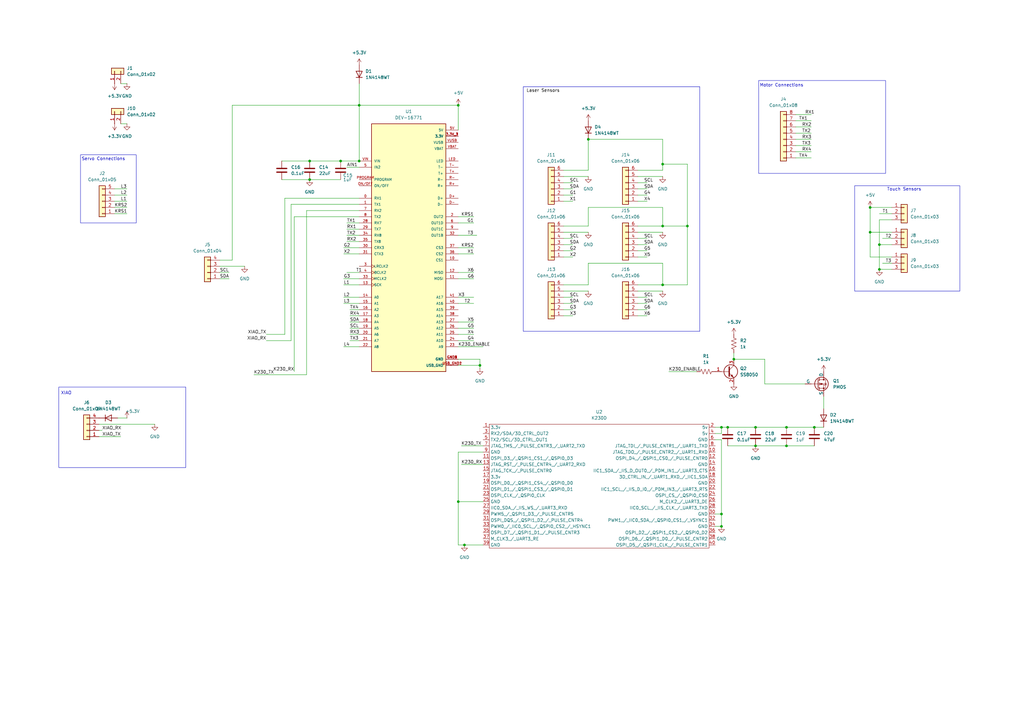
<source format=kicad_sch>
(kicad_sch (version 20250114) (generator "eeschema") (generator_version "9.0")
  (paper "A3")
  (lib_symbols
    (symbol "Connector_Generic:Conn_01x02" (pin_names (offset 1.016) (hide yes))
      (property "Reference" "J" (at 0 2.54 0))
      (property "Value" "Conn_01x02" (at 0 -5.08 0))
      (symbol "Conn_01x02_1_1"
        (rectangle (start -1.27 1.27) (end 1.27 -3.81) (stroke (width 0.254)) (fill (type background)))
        (rectangle (start -1.27 0.127) (end 0 -0.127) (stroke (width 0.1524)))
        (rectangle (start -1.27 -2.413) (end 0 -2.667) (stroke (width 0.1524)))
        (pin passive line (at -5.08 0 0) (length 3.81) (name "Pin_1") (number "1"))
        (pin passive line (at -5.08 -2.54 0) (length 3.81) (name "Pin_2") (number "2"))
      )
    )
    (symbol "Connector_Generic:Conn_01x03" (pin_names (offset 1.016) (hide yes))
      (property "Reference" "J" (at 0 5.08 0))
      (property "Value" "Conn_01x03" (at 0 -5.08 0))
      (symbol "Conn_01x03_1_1"
        (rectangle (start -1.27 3.81) (end 1.27 -3.81) (stroke (width 0.254)) (fill (type background)))
        (rectangle (start -1.27 2.667) (end 0 2.413) (stroke (width 0.1524)))
        (rectangle (start -1.27 0.127) (end 0 -0.127) (stroke (width 0.1524)))
        (rectangle (start -1.27 -2.413) (end 0 -2.667) (stroke (width 0.1524)))
        (pin passive line (at -5.08 2.54 0) (length 3.81) (name "Pin_1") (number "1"))
        (pin passive line (at -5.08 0 0) (length 3.81) (name "Pin_2") (number "2"))
        (pin passive line (at -5.08 -2.54 0) (length 3.81) (name "Pin_3") (number "3"))
      )
    )
    (symbol "Connector_Generic:Conn_01x04" (pin_names (offset 1.016) (hide yes))
      (property "Reference" "J" (at 0 5.08 0))
      (property "Value" "Conn_01x04" (at 0 -7.62 0))
      (symbol "Conn_01x04_1_1"
        (rectangle (start -1.27 3.81) (end 1.27 -6.35) (stroke (width 0.254)) (fill (type background)))
        (rectangle (start -1.27 2.667) (end 0 2.413) (stroke (width 0.1524)))
        (rectangle (start -1.27 0.127) (end 0 -0.127) (stroke (width 0.1524)))
        (rectangle (start -1.27 -2.413) (end 0 -2.667) (stroke (width 0.1524)))
        (rectangle (start -1.27 -4.953) (end 0 -5.207) (stroke (width 0.1524)))
        (pin passive line (at -5.08 2.54 0) (length 3.81) (name "Pin_1") (number "1"))
        (pin passive line (at -5.08 0 0) (length 3.81) (name "Pin_2") (number "2"))
        (pin passive line (at -5.08 -2.54 0) (length 3.81) (name "Pin_3") (number "3"))
        (pin passive line (at -5.08 -5.08 0) (length 3.81) (name "Pin_4") (number "4"))
      )
    )
    (symbol "Connector_Generic:Conn_01x05" (pin_names (offset 1.016) (hide yes))
      (property "Reference" "J" (at 0 7.62 0))
      (property "Value" "Conn_01x05" (at 0 -7.62 0))
      (symbol "Conn_01x05_1_1"
        (rectangle (start -1.27 6.35) (end 1.27 -6.35) (stroke (width 0.254)) (fill (type background)))
        (rectangle (start -1.27 5.207) (end 0 4.953) (stroke (width 0.1524)))
        (rectangle (start -1.27 2.667) (end 0 2.413) (stroke (width 0.1524)))
        (rectangle (start -1.27 0.127) (end 0 -0.127) (stroke (width 0.1524)))
        (rectangle (start -1.27 -2.413) (end 0 -2.667) (stroke (width 0.1524)))
        (rectangle (start -1.27 -4.953) (end 0 -5.207) (stroke (width 0.1524)))
        (pin passive line (at -5.08 5.08 0) (length 3.81) (name "Pin_1") (number "1"))
        (pin passive line (at -5.08 2.54 0) (length 3.81) (name "Pin_2") (number "2"))
        (pin passive line (at -5.08 0 0) (length 3.81) (name "Pin_3") (number "3"))
        (pin passive line (at -5.08 -2.54 0) (length 3.81) (name "Pin_4") (number "4"))
        (pin passive line (at -5.08 -5.08 0) (length 3.81) (name "Pin_5") (number "5"))
      )
    )
    (symbol "Connector_Generic:Conn_01x06" (pin_names (offset 1.016) (hide yes))
      (property "Reference" "J" (at 0 7.62 0))
      (property "Value" "Conn_01x06" (at 0 -10.16 0))
      (symbol "Conn_01x06_1_1"
        (rectangle (start -1.27 6.35) (end 1.27 -8.89) (stroke (width 0.254)) (fill (type background)))
        (rectangle (start -1.27 5.207) (end 0 4.953) (stroke (width 0.1524)))
        (rectangle (start -1.27 2.667) (end 0 2.413) (stroke (width 0.1524)))
        (rectangle (start -1.27 0.127) (end 0 -0.127) (stroke (width 0.1524)))
        (rectangle (start -1.27 -2.413) (end 0 -2.667) (stroke (width 0.1524)))
        (rectangle (start -1.27 -4.953) (end 0 -5.207) (stroke (width 0.1524)))
        (rectangle (start -1.27 -7.493) (end 0 -7.747) (stroke (width 0.1524)))
        (pin passive line (at -5.08 5.08 0) (length 3.81) (name "Pin_1") (number "1"))
        (pin passive line (at -5.08 2.54 0) (length 3.81) (name "Pin_2") (number "2"))
        (pin passive line (at -5.08 0 0) (length 3.81) (name "Pin_3") (number "3"))
        (pin passive line (at -5.08 -2.54 0) (length 3.81) (name "Pin_4") (number "4"))
        (pin passive line (at -5.08 -5.08 0) (length 3.81) (name "Pin_5") (number "5"))
        (pin passive line (at -5.08 -7.62 0) (length 3.81) (name "Pin_6") (number "6"))
      )
    )
    (symbol "Connector_Generic:Conn_01x08" (pin_names (offset 1.016) (hide yes))
      (property "Reference" "J" (at 0 10.16 0))
      (property "Value" "Conn_01x08" (at 0 -12.7 0))
      (symbol "Conn_01x08_1_1"
        (rectangle (start -1.27 8.89) (end 1.27 -11.43) (stroke (width 0.254)) (fill (type background)))
        (rectangle (start -1.27 7.747) (end 0 7.493) (stroke (width 0.1524)))
        (rectangle (start -1.27 5.207) (end 0 4.953) (stroke (width 0.1524)))
        (rectangle (start -1.27 2.667) (end 0 2.413) (stroke (width 0.1524)))
        (rectangle (start -1.27 0.127) (end 0 -0.127) (stroke (width 0.1524)))
        (rectangle (start -1.27 -2.413) (end 0 -2.667) (stroke (width 0.1524)))
        (rectangle (start -1.27 -4.953) (end 0 -5.207) (stroke (width 0.1524)))
        (rectangle (start -1.27 -7.493) (end 0 -7.747) (stroke (width 0.1524)))
        (rectangle (start -1.27 -10.033) (end 0 -10.287) (stroke (width 0.1524)))
        (pin passive line (at -5.08 7.62 0) (length 3.81) (name "Pin_1") (number "1"))
        (pin passive line (at -5.08 5.08 0) (length 3.81) (name "Pin_2") (number "2"))
        (pin passive line (at -5.08 2.54 0) (length 3.81) (name "Pin_3") (number "3"))
        (pin passive line (at -5.08 0 0) (length 3.81) (name "Pin_4") (number "4"))
        (pin passive line (at -5.08 -2.54 0) (length 3.81) (name "Pin_5") (number "5"))
        (pin passive line (at -5.08 -5.08 0) (length 3.81) (name "Pin_6") (number "6"))
        (pin passive line (at -5.08 -7.62 0) (length 3.81) (name "Pin_7") (number "7"))
        (pin passive line (at -5.08 -10.16 0) (length 3.81) (name "Pin_8") (number "8"))
      )
    )
    (symbol "DEV-16771:DEV-16771" (pin_names (offset 1.016))
      (property "Reference" "U" (at -15.24 52.07 0))
      (property "Value" "DEV-16771" (at -15.24 -53.34 0))
      (symbol "DEV-16771_0_0"
        (rectangle (start -15.24 -50.8) (end 15.24 50.8) (stroke (width 0.254)) (fill (type background)))
        (pin input line (at -20.32 35.56 0) (length 5.08) (name "VIN") (number "VIN"))
        (pin bidirectional line (at -20.32 33.02 0) (length 5.08) (name "IN2") (number "5"))
        (pin bidirectional line (at -20.32 27.94 0) (length 5.08) (name "PROGRAM") (number "PROGRAM"))
        (pin bidirectional line (at -20.32 25.4 0) (length 5.08) (name "ON/OFF") (number "ON/OFF"))
        (pin bidirectional line (at -20.32 20.32 0) (length 5.08) (name "RX1") (number "0"))
        (pin bidirectional line (at -20.32 17.78 0) (length 5.08) (name "TX1") (number "1"))
        (pin bidirectional line (at -20.32 15.24 0) (length 5.08) (name "RX2") (number "7"))
        (pin bidirectional line (at -20.32 12.7 0) (length 5.08) (name "TX2") (number "8"))
        (pin bidirectional line (at -20.32 10.16 0) (length 5.08) (name "RX7") (number "28"))
        (pin bidirectional line (at -20.32 7.62 0) (length 5.08) (name "TX7") (number "29"))
        (pin bidirectional line (at -20.32 5.08 0) (length 5.08) (name "RX8") (number "34"))
        (pin bidirectional line (at -20.32 2.54 0) (length 5.08) (name "TX8") (number "35"))
        (pin bidirectional line (at -20.32 0 0) (length 5.08) (name "CRX3") (number "30"))
        (pin bidirectional line (at -20.32 -2.54 0) (length 5.08) (name "CTX3") (number "31"))
        (pin bidirectional clock (at -20.32 -7.62 0) (length 5.08) (name "LRCLK2") (number "3"))
        (pin bidirectional clock (at -20.32 -10.16 0) (length 5.08) (name "BCLK2") (number "4"))
        (pin bidirectional clock (at -20.32 -12.7 0) (length 5.08) (name "MCLK2") (number "33"))
        (pin bidirectional clock (at -20.32 -15.24 0) (length 5.08) (name "SCK") (number "13"))
        (pin bidirectional line (at -20.32 -20.32 0) (length 5.08) (name "A0") (number "14"))
        (pin bidirectional line (at -20.32 -22.86 0) (length 5.08) (name "A1") (number "15"))
        (pin bidirectional line (at -20.32 -25.4 0) (length 5.08) (name "A2") (number "16"))
        (pin bidirectional line (at -20.32 -27.94 0) (length 5.08) (name "A3") (number "17"))
        (pin bidirectional line (at -20.32 -30.48 0) (length 5.08) (name "A4") (number "18"))
        (pin bidirectional line (at -20.32 -33.02 0) (length 5.08) (name "A5") (number "19"))
        (pin bidirectional line (at -20.32 -35.56 0) (length 5.08) (name "A6") (number "20"))
        (pin bidirectional line (at -20.32 -38.1 0) (length 5.08) (name "A7") (number "21"))
        (pin bidirectional line (at -20.32 -40.64 0) (length 5.08) (name "A8") (number "22"))
        (pin power_in line (at 20.32 48.26 180) (length 5.08) (name "5V") (number "5V"))
        (pin power_in line (at 20.32 45.72 180) (length 5.08) (name "3.3V") (number "3.3V_1"))
        (pin power_in line (at 20.32 45.72 180) (length 5.08) (name "3.3V") (number "3.3V_2"))
        (pin power_in line (at 20.32 45.72 180) (length 5.08) (name "3.3V") (number "3.3V_3"))
        (pin passive line (at 20.32 43.18 180) (length 5.08) (name "VUSB") (number "VUSB"))
        (pin passive line (at 20.32 40.64 180) (length 5.08) (name "VBAT") (number "VBAT"))
        (pin bidirectional line (at 20.32 35.56 180) (length 5.08) (name "LED") (number "LED"))
        (pin bidirectional line (at 20.32 33.02 180) (length 5.08) (name "T-") (number "T-"))
        (pin bidirectional line (at 20.32 30.48 180) (length 5.08) (name "T+") (number "T+"))
        (pin bidirectional line (at 20.32 27.94 180) (length 5.08) (name "R-") (number "R-"))
        (pin bidirectional line (at 20.32 25.4 180) (length 5.08) (name "R+") (number "R+"))
        (pin bidirectional line (at 20.32 20.32 180) (length 5.08) (name "D+") (number "D+"))
        (pin bidirectional line (at 20.32 17.78 180) (length 5.08) (name "D-") (number "D-"))
        (pin output line (at 20.32 12.7 180) (length 5.08) (name "OUT2") (number "2"))
        (pin output line (at 20.32 10.16 180) (length 5.08) (name "OUT1D") (number "6"))
        (pin output line (at 20.32 7.62 180) (length 5.08) (name "OUT1C") (number "9"))
        (pin output line (at 20.32 5.08 180) (length 5.08) (name "OUT1B") (number "32"))
        (pin bidirectional line (at 20.32 0 180) (length 5.08) (name "CS3") (number "37"))
        (pin bidirectional line (at 20.32 -2.54 180) (length 5.08) (name "CS2") (number "36"))
        (pin bidirectional line (at 20.32 -5.08 180) (length 5.08) (name "CS1") (number "10"))
        (pin bidirectional line (at 20.32 -10.16 180) (length 5.08) (name "MISO") (number "12"))
        (pin bidirectional line (at 20.32 -12.7 180) (length 5.08) (name "MOSI") (number "11"))
        (pin bidirectional line (at 20.32 -20.32 180) (length 5.08) (name "A17") (number "41"))
        (pin bidirectional line (at 20.32 -22.86 180) (length 5.08) (name "A16") (number "40"))
        (pin bidirectional line (at 20.32 -25.4 180) (length 5.08) (name "A15") (number "39"))
        (pin bidirectional line (at 20.32 -27.94 180) (length 5.08) (name "A14") (number "38"))
        (pin bidirectional line (at 20.32 -30.48 180) (length 5.08) (name "A13") (number "27"))
        (pin bidirectional line (at 20.32 -33.02 180) (length 5.08) (name "A12") (number "26"))
        (pin bidirectional line (at 20.32 -35.56 180) (length 5.08) (name "A11") (number "25"))
        (pin bidirectional line (at 20.32 -38.1 180) (length 5.08) (name "A10") (number "24"))
        (pin bidirectional line (at 20.32 -40.64 180) (length 5.08) (name "A9") (number "23"))
        (pin power_in line (at 20.32 -45.72 180) (length 5.08) (name "GND") (number "GND1"))
        (pin power_in line (at 20.32 -45.72 180) (length 5.08) (name "GND") (number "GND2"))
        (pin power_in line (at 20.32 -45.72 180) (length 5.08) (name "GND") (number "GND3"))
        (pin power_in line (at 20.32 -45.72 180) (length 5.08) (name "GND") (number "GND4"))
        (pin power_in line (at 20.32 -45.72 180) (length 5.08) (name "GND") (number "GND5"))
        (pin power_in line (at 20.32 -48.26 180) (length 5.08) (name "USB_GND") (number "USB_GND1"))
        (pin power_in line (at 20.32 -48.26 180) (length 5.08) (name "USB_GND") (number "USB_GND2"))
      )
    )
    (symbol "Device:C" (pin_numbers (hide yes)) (pin_names (offset 0.254))
      (property "Reference" "C" (at 0.635 2.54 0))
      (property "Value" "C" (at 0.635 -2.54 0))
      (symbol "C_0_1"
        (polyline (pts (xy -2.032 0.762) (xy 2.032 0.762)) (stroke (width 0.508)))
        (polyline (pts (xy -2.032 -0.762) (xy 2.032 -0.762)) (stroke (width 0.508)))
      )
      (symbol "C_1_1"
        (pin passive line (at 0 3.81 270) (length 2.794) (name "~") (number "1"))
        (pin passive line (at 0 -3.81 90) (length 2.794) (name "~") (number "2"))
      )
    )
    (symbol "Device:R_US" (pin_numbers (hide yes)) (pin_names (offset 0))
      (property "Reference" "R" (at 2.54 0 90))
      (property "Value" "R_US" (at -2.54 0 90))
      (symbol "R_US_0_1"
        (polyline (pts (xy 0 2.286) (xy 0 2.54)))
        (polyline (pts (xy 0 2.286) (xy 1.016 1.905) (xy 0 1.524) (xy -1.016 1.143) (xy 0 0.762)))
        (polyline (pts (xy 0 0.762) (xy 1.016 0.381) (xy 0 0) (xy -1.016 -0.381) (xy 0 -0.762)))
        (polyline (pts (xy 0 -0.762) (xy 1.016 -1.143) (xy 0 -1.524) (xy -1.016 -1.905) (xy 0 -2.286)))
        (polyline (pts (xy 0 -2.286) (xy 0 -2.54)))
      )
      (symbol "R_US_1_1"
        (pin passive line (at 0 3.81 270) (length 1.27) (name "~") (number "1"))
        (pin passive line (at 0 -3.81 90) (length 1.27) (name "~") (number "2"))
      )
    )
    (symbol "Diode:1N4148WT" (pin_numbers (hide yes)) (pin_names (hide yes))
      (property "Reference" "D" (at 0 2.54 0))
      (property "Value" "1N4148WT" (at 0 -2.54 0))
      (symbol "1N4148WT_0_1"
        (polyline (pts (xy -1.27 1.27) (xy -1.27 -1.27)) (stroke (width 0.254)))
        (polyline (pts (xy 1.27 1.27) (xy 1.27 -1.27) (xy -1.27 0) (xy 1.27 1.27)) (stroke (width 0.254)))
        (polyline (pts (xy 1.27 0) (xy -1.27 0)))
      )
      (symbol "1N4148WT_1_1"
        (pin passive line (at -3.81 0 0) (length 2.54) (name "K") (number "1"))
        (pin passive line (at 3.81 0 180) (length 2.54) (name "A") (number "2"))
      )
    )
    (symbol "K230D:K230D-Zero"
      (property "Reference" "U" (at 0 0 0))
      (property "Value" "K230D" (at 0 0 0))
      (symbol "K230D-Zero_0_1"
        (rectangle (start 1.27 -1.27) (end 91.44 -52.07))
      )
      (symbol "K230D-Zero_1_1"
        (pin power_in line (at -1.27 -2.54 0) (length 2.54) (name "3.3v") (number "1"))
        (pin input line (at -1.27 -5.08 0) (length 2.54) (name "RX2/SDA/3D_CTRL_OUT2") (number "3"))
        (pin bidirectional line (at -1.27 -7.62 0) (length 2.54) (name "TX2/SCL/3D_CTRL_OUT1") (number "5"))
        (pin output line (at -1.27 -10.16 0) (length 2.54) (name "JTAG_TMS_/_PULSE_CNTR3_/_UART2_TXD") (number "7"))
        (pin bidirectional line (at -1.27 -12.7 0) (length 2.54) (name "GND") (number "9"))
        (pin bidirectional line (at -1.27 -15.24 0) (length 2.54) (name "OSPI_D3_/_QSPI1_CS1_/_QSPI0_D3") (number "11"))
        (pin bidirectional line (at -1.27 -17.78 0) (length 2.54) (name "JTAG_RST_/_PULSE_CNTR4_/_UART2_RXD") (number "13"))
        (pin bidirectional line (at -1.27 -20.32 0) (length 2.54) (name "JTAG_TCK_/_PULSE_CNTR0") (number "15"))
        (pin bidirectional line (at -1.27 -22.86 0) (length 2.54) (name "3.3v") (number "17"))
        (pin bidirectional line (at -1.27 -25.4 0) (length 2.54) (name "OSPI_D0_/_QSPI1_CS4_/_QSPI0_D0") (number "19"))
        (pin bidirectional line (at -1.27 -27.94 0) (length 2.54) (name "OSPI_D1_/_QSPI1_CS3_/_QSPI0_D1") (number "21"))
        (pin bidirectional line (at -1.27 -30.48 0) (length 2.54) (name "OSPI_CLK_/_QSPI0_CLK") (number "23"))
        (pin bidirectional line (at -1.27 -33.02 0) (length 2.54) (name "GND") (number "25"))
        (pin bidirectional line (at -1.27 -35.56 0) (length 2.54) (name "IIC0_SDA_/_IIS_WS_/_UART3_RXD") (number "27"))
        (pin bidirectional line (at -1.27 -38.1 0) (length 2.54) (name "PWM5_/_QSPI1_D3_/_PULSE_CNTR5") (number "29"))
        (pin bidirectional line (at -1.27 -40.64 0) (length 2.54) (name "OSPI_DQS_/_QSPI1_D2_/_PULSE_CNTR4") (number "31"))
        (pin bidirectional line (at -1.27 -43.18 0) (length 2.54) (name "PWM0_/_IIC0_SCL_/_QSPI0_CS2_/_HSYNC1") (number "33"))
        (pin bidirectional line (at -1.27 -45.72 0) (length 2.54) (name "OSPI_D7_/_QSPI1_D1_/_PULSE_CNTR3") (number "35"))
        (pin bidirectional line (at -1.27 -48.26 0) (length 2.54) (name "M_CLK3_/_UART3_RE	") (number "37"))
        (pin bidirectional line (at -1.27 -50.8 0) (length 2.54) (name "GND") (number "39"))
        (pin power_in line (at 93.98 -2.54 180) (length 2.54) (name "5v") (number "2"))
        (pin bidirectional line (at 93.98 -5.08 180) (length 2.54) (name "5v") (number "4"))
        (pin bidirectional line (at 93.98 -7.62 180) (length 2.54) (name "GND") (number "6"))
        (pin bidirectional line (at 93.98 -10.16 180) (length 2.54) (name "JTAG_TDI_/_PULSE_CNTR1_/_UART1_TXD") (number "8"))
        (pin bidirectional line (at 93.98 -12.7 180) (length 2.54) (name "JTAG_TDO_/_PULSE_CNTR2_/_UART1_RXD") (number "10"))
        (pin bidirectional line (at 93.98 -15.24 180) (length 2.54) (name "OSPI_D4_/_QSPI1_CS0_/_PULSE_CNTR0") (number "12"))
        (pin bidirectional line (at 93.98 -17.78 180) (length 2.54) (name "GND") (number "14"))
        (pin bidirectional line (at 93.98 -20.32 180) (length 2.54) (name "IIC1_SDA_/_IIS_D_OUT0_/_PDM_IN1_/_UART3_CTS") (number "16"))
        (pin bidirectional line (at 93.98 -22.86 180) (length 2.54) (name "3D_CTRL_IN_/_UART1_RXD_/_IIC1_SDA") (number "18"))
        (pin bidirectional line (at 93.98 -25.4 180) (length 2.54) (name "GND") (number "20"))
        (pin bidirectional line (at 93.98 -27.94 180) (length 2.54) (name "IIC1_SCL_/_IIS_D_I0_/_PDM_IN3_/_UART3_RTS") (number "22"))
        (pin bidirectional line (at 93.98 -30.48 180) (length 2.54) (name "OSPI_CS_/_QSPI0_CS0") (number "24"))
        (pin bidirectional line (at 93.98 -33.02 180) (length 2.54) (name "M_CLK2_/_UART3_DE") (number "26"))
        (pin bidirectional line (at 93.98 -35.56 180) (length 2.54) (name "IIC0_SCL_/_IIS_CLK_/_UART3_TXD") (number "28"))
        (pin bidirectional line (at 93.98 -38.1 180) (length 2.54) (name "GND") (number "30"))
        (pin bidirectional line (at 93.98 -40.64 180) (length 2.54) (name "PWM1_/_IIC0_SDA_/_QSPI0_CS1_/_VSYNC1") (number "32"))
        (pin bidirectional line (at 93.98 -43.18 180) (length 2.54) (name "GND") (number "34"))
        (pin bidirectional line (at 93.98 -45.72 180) (length 2.54) (name "OSPI_D2_/_QSPI1_CS2_/_QSPI0_D2") (number "36"))
        (pin bidirectional line (at 93.98 -48.26 180) (length 2.54) (name "OSPI_D6_/_QSPI1_D0_/_PULSE_CNTR2") (number "38"))
        (pin bidirectional line (at 93.98 -50.8 180) (length 2.54) (name "OSPI_D5_/_QSPI1_CLK_/_PULSE_CNTR1") (number "40"))
      )
    )
    (symbol "Simulation_SPICE:PMOS" (pin_numbers (hide yes)) (pin_names (offset 0))
      (property "Reference" "Q" (at 5.08 1.27 0))
      (property "Value" "PMOS" (at 5.08 -1.27 0))
      (symbol "PMOS_0_1"
        (polyline (pts (xy 0.254 1.905) (xy 0.254 -1.905)) (stroke (width 0.254)))
        (polyline (pts (xy 0.254 0) (xy -2.54 0)))
        (polyline (pts (xy 0.762 2.286) (xy 0.762 1.27)) (stroke (width 0.254)))
        (polyline (pts (xy 0.762 1.778) (xy 3.302 1.778) (xy 3.302 -1.778) (xy 0.762 -1.778)))
        (polyline (pts (xy 0.762 0.508) (xy 0.762 -0.508)) (stroke (width 0.254)))
        (polyline (pts (xy 0.762 -1.27) (xy 0.762 -2.286)) (stroke (width 0.254)))
        (circle (center 1.651 0) (radius 2.794) (stroke (width 0.254)))
        (polyline (pts (xy 2.286 0) (xy 1.27 0.381) (xy 1.27 -0.381) (xy 2.286 0)) (fill (type outline)))
        (polyline (pts (xy 2.54 2.54) (xy 2.54 1.778)))
        (circle (center 2.54 1.778) (radius 0.254) (fill (type outline)))
        (circle (center 2.54 -1.778) (radius 0.254) (fill (type outline)))
        (polyline (pts (xy 2.54 -2.54) (xy 2.54 0) (xy 0.762 0)))
        (polyline (pts (xy 2.794 -0.508) (xy 2.921 -0.381) (xy 3.683 -0.381) (xy 3.81 -0.254)))
        (polyline (pts (xy 3.302 -0.381) (xy 2.921 0.254) (xy 3.683 0.254) (xy 3.302 -0.381)))
      )
      (symbol "PMOS_1_1"
        (pin input line (at -5.08 0 0) (length 2.54) (name "G") (number "2"))
        (pin passive line (at 2.54 5.08 270) (length 2.54) (name "D") (number "1"))
        (pin passive line (at 2.54 -5.08 90) (length 2.54) (name "S") (number "3"))
      )
    )
    (symbol "Transistor_BJT:SS8050" (pin_names (offset 0) (hide yes))
      (property "Reference" "Q" (at 5.08 1.905 0))
      (property "Value" "SS8050" (at 5.08 0 0))
      (symbol "SS8050_0_1"
        (polyline (pts (xy -2.54 0) (xy 0.635 0)))
        (polyline (pts (xy 0.635 1.905) (xy 0.635 -1.905)) (stroke (width 0.508)))
        (circle (center 1.27 0) (radius 2.8194) (stroke (width 0.254)))
      )
      (symbol "SS8050_1_1"
        (polyline (pts (xy 0.635 0.635) (xy 2.54 2.54)))
        (polyline (pts (xy 0.635 -0.635) (xy 2.54 -2.54)))
        (polyline (pts (xy 1.27 -1.778) (xy 1.778 -1.27) (xy 2.286 -2.286) (xy 1.27 -1.778)) (fill (type outline)))
        (pin input line (at -5.08 0 0) (length 2.54) (name "B") (number "1"))
        (pin passive line (at 2.54 5.08 270) (length 2.54) (name "C") (number "3"))
        (pin passive line (at 2.54 -5.08 90) (length 2.54) (name "E") (number "2"))
      )
    )
    (symbol "power:+1V0" (power) (pin_numbers (hide yes)) (pin_names (offset 0) (hide yes))
      (property "Value" "+1V0" (at 0 3.556 0))
      (symbol "+1V0_0_1"
        (polyline (pts (xy -0.762 1.27) (xy 0 2.54)))
        (polyline (pts (xy 0 2.54) (xy 0.762 1.27)))
        (polyline (pts (xy 0 0) (xy 0 2.54)))
      )
      (symbol "+1V0_1_1"
        (pin power_in line (at 0 0 90) (length 0) (name "~") (number "1"))
      )
    )
    (symbol "power:GND" (power) (pin_numbers (hide yes)) (pin_names (offset 0) (hide yes))
      (property "Value" "GND" (at 0 -3.81 0))
      (symbol "GND_0_1"
        (polyline (pts (xy 0 0) (xy 0 -1.27) (xy 1.27 -1.27) (xy 0 -2.54) (xy -1.27 -1.27) (xy 0 -1.27)))
      )
      (symbol "GND_1_1"
        (pin power_in line (at 0 0 270) (length 0) (name "~") (number "1"))
      )
    )
  )
  (rectangle (start 33.02 63.5) (end 55.88 91.44))
  (rectangle (start 350.52 76.2) (end 393.7 119.38))
  (rectangle (start 214.63 35.56) (end 287.02 135.89))
  (rectangle (start 24.13 158.75) (end 76.2 191.77))
  (rectangle (start 311.15 33.02) (end 363.22 71.12))
  (text "Servo Connections\n" (at 42.418 65.278 0) (effects (font (size 1.27 1.27))))
  (text "XIAO" (at 27.178 161.29 0) (effects (font (size 1.27 1.27))))
  (text "Motor Connections\n" (at 320.548 35.052 0) (effects (font (size 1.27 1.27))))
  (text "Touch Sensors" (at 370.84 77.724 0) (effects (font (size 1.27 1.27))))
  (junction (at 241.3 57.15))
  (junction (at 309.88 175.26))
  (junction (at 295.91 210.82))
  (junction (at 360.68 110.49))
  (junction (at 139.7 66.04))
  (junction (at 196.85 149.86))
  (junction (at 309.88 182.88))
  (junction (at 147.32 43.18))
  (junction (at 322.58 182.88))
  (junction (at 295.91 175.26))
  (junction (at 271.78 116.84))
  (junction (at 334.01 175.26))
  (junction (at 281.94 92.71))
  (junction (at 190.5 223.52))
  (junction (at 300.99 147.32))
  (junction (at 298.45 175.26))
  (junction (at 147.32 66.04))
  (junction (at 295.91 215.9))
  (junction (at 356.87 95.25))
  (junction (at 271.78 67.31))
  (junction (at 356.87 85.09))
  (junction (at 187.96 205.74))
  (junction (at 271.78 92.71))
  (junction (at 322.58 175.26))
  (junction (at 360.68 100.33))
  (junction (at 127 66.04))
  (junction (at 187.96 43.18))
  (junction (at 127 73.66))
  (wire (pts (xy 198.12 185.42) (xy 187.96 185.42)))
  (wire (pts (xy 140.97 121.92) (xy 147.32 121.92)))
  (wire (pts (xy 142.24 96.52) (xy 147.32 96.52)))
  (wire (pts (xy 46.99 80.01) (xy 52.07 80.01)))
  (wire (pts (xy 49.53 34.29) (xy 52.07 34.29)))
  (wire (pts (xy 143.51 132.08) (xy 147.32 132.08)))
  (wire (pts (xy 119.38 139.7) (xy 119.38 83.82)))
  (wire (pts (xy 361.95 107.95) (xy 365.76 107.95)))
  (wire (pts (xy 356.87 95.25) (xy 365.76 95.25)))
  (wire (pts (xy 231.14 69.85) (xy 241.3 69.85)))
  (wire (pts (xy 52.07 171.45) (xy 48.26 171.45)))
  (wire (pts (xy 274.32 152.4) (xy 285.75 152.4)))
  (wire (pts (xy 187.96 147.32) (xy 196.85 147.32)))
  (wire (pts (xy 261.62 124.46) (xy 265.43 124.46)))
  (wire (pts (xy 142.24 111.76) (xy 147.32 111.76)))
  (wire (pts (xy 326.39 52.07) (xy 332.74 52.07)))
  (wire (pts (xy 330.2 157.48) (xy 313.69 157.48)))
  (wire (pts (xy 231.14 95.25) (xy 241.3 95.25)))
  (wire (pts (xy 231.14 72.39) (xy 241.3 72.39)))
  (wire (pts (xy 194.31 88.9) (xy 187.96 88.9)))
  (wire (pts (xy 261.62 77.47) (xy 265.43 77.47)))
  (wire (pts (xy 360.68 87.63) (xy 365.76 87.63)))
  (wire (pts (xy 271.78 107.95) (xy 241.3 107.95)))
  (wire (pts (xy 326.39 46.99) (xy 332.74 46.99)))
  (wire (pts (xy 261.62 116.84) (xy 271.78 116.84)))
  (wire (pts (xy 142.24 68.58) (xy 147.32 68.58)))
  (wire (pts (xy 231.14 80.01) (xy 234.95 80.01)))
  (wire (pts (xy 241.3 107.95) (xy 241.3 116.84)))
  (wire (pts (xy 95.25 43.18) (xy 95.25 106.68)))
  (wire (pts (xy 231.14 100.33) (xy 234.95 100.33)))
  (wire (pts (xy 231.14 105.41) (xy 234.95 105.41)))
  (wire (pts (xy 46.99 87.63) (xy 52.07 87.63)))
  (wire (pts (xy 104.14 153.67) (xy 125.73 153.67)))
  (wire (pts (xy 326.39 57.15) (xy 332.74 57.15)))
  (wire (pts (xy 293.37 210.82) (xy 295.91 210.82)))
  (wire (pts (xy 295.91 180.34) (xy 295.91 210.82)))
  (wire (pts (xy 147.32 43.18) (xy 95.25 43.18)))
  (wire (pts (xy 187.96 124.46) (xy 194.31 124.46)))
  (wire (pts (xy 293.37 177.8) (xy 295.91 177.8)))
  (wire (pts (xy 326.39 62.23) (xy 332.74 62.23)))
  (wire (pts (xy 127 73.66) (xy 139.7 73.66)))
  (wire (pts (xy 281.94 67.31) (xy 281.94 92.71)))
  (wire (pts (xy 109.22 139.7) (xy 119.38 139.7)))
  (wire (pts (xy 261.62 127) (xy 265.43 127)))
  (wire (pts (xy 361.95 97.79) (xy 365.76 97.79)))
  (wire (pts (xy 271.78 67.31) (xy 271.78 69.85)))
  (wire (pts (xy 194.31 91.44) (xy 187.96 91.44)))
  (wire (pts (xy 40.64 173.99) (xy 63.5 173.99)))
  (wire (pts (xy 365.76 90.17) (xy 360.68 90.17)))
  (wire (pts (xy 293.37 180.34) (xy 295.91 180.34)))
  (wire (pts (xy 231.14 97.79) (xy 234.95 97.79)))
  (wire (pts (xy 231.14 74.93) (xy 234.95 74.93)))
  (wire (pts (xy 187.96 53.34) (xy 187.96 43.18)))
  (wire (pts (xy 116.84 81.28) (xy 116.84 137.16)))
  (wire (pts (xy 147.32 34.29) (xy 147.32 43.18)))
  (wire (pts (xy 326.39 59.69) (xy 332.74 59.69)))
  (wire (pts (xy 187.96 223.52) (xy 190.5 223.52)))
  (wire (pts (xy 40.64 176.53) (xy 41.91 176.53)))
  (wire (pts (xy 360.68 100.33) (xy 360.68 110.49)))
  (wire (pts (xy 147.32 43.18) (xy 147.32 66.04)))
  (wire (pts (xy 187.96 132.08) (xy 194.31 132.08)))
  (wire (pts (xy 196.85 147.32) (xy 196.85 149.86)))
  (wire (pts (xy 187.96 121.92) (xy 194.31 121.92)))
  (wire (pts (xy 281.94 92.71) (xy 271.78 92.71)))
  (wire (pts (xy 231.14 102.87) (xy 234.95 102.87)))
  (wire (pts (xy 271.78 85.09) (xy 241.3 85.09)))
  (wire (pts (xy 140.97 101.6) (xy 147.32 101.6)))
  (wire (pts (xy 231.14 129.54) (xy 234.95 129.54)))
  (wire (pts (xy 142.24 91.44) (xy 147.32 91.44)))
  (wire (pts (xy 187.96 149.86) (xy 196.85 149.86)))
  (wire (pts (xy 261.62 100.33) (xy 265.43 100.33)))
  (wire (pts (xy 261.62 95.25) (xy 271.78 95.25)))
  (wire (pts (xy 194.31 101.6) (xy 187.96 101.6)))
  (wire (pts (xy 143.51 137.16) (xy 147.32 137.16)))
  (wire (pts (xy 140.97 116.84) (xy 147.32 116.84)))
  (wire (pts (xy 49.53 50.8) (xy 52.07 50.8)))
  (wire (pts (xy 261.62 80.01) (xy 265.43 80.01)))
  (wire (pts (xy 190.5 223.52) (xy 198.12 223.52)))
  (wire (pts (xy 326.39 54.61) (xy 332.74 54.61)))
  (wire (pts (xy 241.3 57.15) (xy 241.3 69.85)))
  (wire (pts (xy 196.85 149.86) (xy 196.85 151.13)))
  (wire (pts (xy 261.62 119.38) (xy 271.78 119.38)))
  (wire (pts (xy 261.62 129.54) (xy 265.43 129.54)))
  (wire (pts (xy 322.58 175.26) (xy 334.01 175.26)))
  (wire (pts (xy 295.91 210.82) (xy 295.91 215.9)))
  (wire (pts (xy 140.97 114.3) (xy 147.32 114.3)))
  (wire (pts (xy 281.94 116.84) (xy 271.78 116.84)))
  (wire (pts (xy 120.65 88.9) (xy 120.65 152.4)))
  (wire (pts (xy 187.96 142.24) (xy 198.12 142.24)))
  (wire (pts (xy 143.51 129.54) (xy 147.32 129.54)))
  (wire (pts (xy 261.62 82.55) (xy 265.43 82.55)))
  (wire (pts (xy 115.57 73.66) (xy 127 73.66)))
  (wire (pts (xy 261.62 121.92) (xy 265.43 121.92)))
  (wire (pts (xy 140.97 142.24) (xy 147.32 142.24)))
  (wire (pts (xy 334.01 175.26) (xy 337.82 175.26)))
  (wire (pts (xy 127 66.04) (xy 139.7 66.04)))
  (wire (pts (xy 90.17 111.76) (xy 93.98 111.76)))
  (wire (pts (xy 187.96 185.42) (xy 187.96 205.74)))
  (wire (pts (xy 281.94 92.71) (xy 281.94 116.84)))
  (wire (pts (xy 309.88 175.26) (xy 322.58 175.26)))
  (wire (pts (xy 187.96 96.52) (xy 195.58 96.52)))
  (wire (pts (xy 143.51 134.62) (xy 147.32 134.62)))
  (wire (pts (xy 49.53 179.07) (xy 40.64 179.07)))
  (wire (pts (xy 322.58 182.88) (xy 334.01 182.88)))
  (wire (pts (xy 187.96 43.18) (xy 147.32 43.18)))
  (wire (pts (xy 187.96 111.76) (xy 194.31 111.76)))
  (wire (pts (xy 142.24 99.06) (xy 147.32 99.06)))
  (wire (pts (xy 116.84 137.16) (xy 109.22 137.16)))
  (wire (pts (xy 271.78 107.95) (xy 271.78 116.84)))
  (wire (pts (xy 231.14 92.71) (xy 241.3 92.71)))
  (wire (pts (xy 309.88 182.88) (xy 322.58 182.88)))
  (wire (pts (xy 295.91 177.8) (xy 295.91 175.26)))
  (wire (pts (xy 231.14 116.84) (xy 241.3 116.84)))
  (wire (pts (xy 187.96 114.3) (xy 194.31 114.3)))
  (wire (pts (xy 261.62 69.85) (xy 271.78 69.85)))
  (wire (pts (xy 115.57 66.04) (xy 127 66.04)))
  (wire (pts (xy 261.62 72.39) (xy 271.78 72.39)))
  (wire (pts (xy 295.91 175.26) (xy 298.45 175.26)))
  (wire (pts (xy 189.23 190.5) (xy 198.12 190.5)))
  (wire (pts (xy 231.14 121.92) (xy 234.95 121.92)))
  (wire (pts (xy 271.78 85.09) (xy 271.78 92.71)))
  (wire (pts (xy 261.62 97.79) (xy 265.43 97.79)))
  (wire (pts (xy 231.14 82.55) (xy 234.95 82.55)))
  (wire (pts (xy 187.96 205.74) (xy 187.96 223.52)))
  (wire (pts (xy 189.23 182.88) (xy 198.12 182.88)))
  (wire (pts (xy 261.62 102.87) (xy 265.43 102.87)))
  (wire (pts (xy 125.73 153.67) (xy 125.73 86.36)))
  (wire (pts (xy 271.78 67.31) (xy 281.94 67.31)))
  (wire (pts (xy 295.91 215.9) (xy 293.37 215.9)))
  (wire (pts (xy 46.99 85.09) (xy 52.07 85.09)))
  (wire (pts (xy 140.97 104.14) (xy 147.32 104.14)))
  (wire (pts (xy 313.69 157.48) (xy 313.69 147.32)))
  (wire (pts (xy 360.68 110.49) (xy 365.76 110.49)))
  (wire (pts (xy 46.99 82.55) (xy 52.07 82.55)))
  (wire (pts (xy 241.3 85.09) (xy 241.3 92.71)))
  (wire (pts (xy 120.65 88.9) (xy 147.32 88.9)))
  (wire (pts (xy 293.37 175.26) (xy 295.91 175.26)))
  (wire (pts (xy 360.68 100.33) (xy 365.76 100.33)))
  (wire (pts (xy 261.62 105.41) (xy 265.43 105.41)))
  (wire (pts (xy 326.39 64.77) (xy 332.74 64.77)))
  (wire (pts (xy 356.87 95.25) (xy 356.87 85.09)))
  (wire (pts (xy 231.14 119.38) (xy 241.3 119.38)))
  (wire (pts (xy 261.62 92.71) (xy 271.78 92.71)))
  (wire (pts (xy 365.76 105.41) (xy 356.87 105.41)))
  (wire (pts (xy 147.32 66.04) (xy 139.7 66.04)))
  (wire (pts (xy 187.96 139.7) (xy 194.31 139.7)))
  (wire (pts (xy 187.96 137.16) (xy 194.31 137.16)))
  (wire (pts (xy 298.45 182.88) (xy 309.88 182.88)))
  (wire (pts (xy 125.73 86.36) (xy 147.32 86.36)))
  (wire (pts (xy 326.39 49.53) (xy 332.74 49.53)))
  (wire (pts (xy 356.87 105.41) (xy 356.87 95.25)))
  (wire (pts (xy 90.17 114.3) (xy 93.98 114.3)))
  (wire (pts (xy 271.78 57.15) (xy 271.78 67.31)))
  (wire (pts (xy 90.17 109.22) (xy 100.33 109.22)))
  (wire (pts (xy 147.32 81.28) (xy 116.84 81.28)))
  (wire (pts (xy 300.99 144.78) (xy 300.99 147.32)))
  (wire (pts (xy 313.69 147.32) (xy 300.99 147.32)))
  (wire (pts (xy 194.31 104.14) (xy 187.96 104.14)))
  (wire (pts (xy 143.51 127) (xy 147.32 127)))
  (wire (pts (xy 46.99 77.47) (xy 52.07 77.47)))
  (wire (pts (xy 241.3 57.15) (xy 271.78 57.15)))
  (wire (pts (xy 95.25 106.68) (xy 90.17 106.68)))
  (wire (pts (xy 142.24 93.98) (xy 147.32 93.98)))
  (wire (pts (xy 298.45 175.26) (xy 309.88 175.26)))
  (wire (pts (xy 261.62 74.93) (xy 265.43 74.93)))
  (wire (pts (xy 231.14 127) (xy 234.95 127)))
  (wire (pts (xy 231.14 124.46) (xy 234.95 124.46)))
  (wire (pts (xy 119.38 83.82) (xy 147.32 83.82)))
  (wire (pts (xy 356.87 85.09) (xy 365.76 85.09)))
  (wire (pts (xy 360.68 90.17) (xy 360.68 100.33)))
  (wire (pts (xy 231.14 77.47) (xy 234.95 77.47)))
  (wire (pts (xy 140.97 124.46) (xy 147.32 124.46)))
  (wire (pts (xy 198.12 205.74) (xy 187.96 205.74)))
  (wire (pts (xy 143.51 139.7) (xy 147.32 139.7)))
  (wire (pts (xy 337.82 162.56) (xy 337.82 167.64)))
  (wire (pts (xy 187.96 134.62) (xy 194.31 134.62)))
  (label "X6" (at 264.16 129.54 0))
  (label "G3" (at 140.97 114.3 0))
  (label "TX4" (at 327.66 64.77 0))
  (label "K230_ENABLE" (at 187.96 142.24 0))
  (label "T2" (at 363.22 97.79 0))
  (label "XIAO_RX" (at 109.22 139.7 180))
  (label "L3" (at 140.97 124.46 0))
  (label "L2" (at 140.97 121.92 0))
  (label "RX1" (at 142.24 93.98 0))
  (label "TX1" (at 327.66 49.53 0))
  (label "X4" (at 264.16 82.55 0))
  (label "K230_ENABLE" (at 274.32 152.4 0))
  (label "L3" (at 49.53 77.47 0))
  (label "K230_TX" (at 189.23 182.88 0))
  (label "G1" (at 233.68 80.01 0))
  (label "X2" (at 140.97 104.14 0))
  (label "G2" (at 140.97 101.6 0))
  (label "KRS2" (at 194.31 101.6 180))
  (label "KRS2" (at 46.99 85.09 0))
  (label "T1" (at 146.05 111.76 0))
  (label "TX4" (at 143.51 127 0))
  (label "G4" (at 264.16 80.01 0))
  (label "SCL" (at 264.16 74.93 0))
  (label "SDA" (at 143.51 132.08 0))
  (label "KRS1" (at 194.31 88.9 180))
  (label "RX4" (at 328.93 62.23 0))
  (label "RX1" (at 330.2 46.99 0))
  (label "G5" (at 191.77 134.62 0))
  (label "T2" (at 190.5 124.46 0))
  (label "T1" (at 361.95 87.63 0))
  (label "TX2" (at 142.24 96.52 0))
  (label "SCL" (at 90.17 111.76 0))
  (label "RX2" (at 142.24 99.06 0))
  (label "SDA" (at 90.17 114.3 0))
  (label "G6" (at 191.77 114.3 0))
  (label "T3" (at 363.22 107.95 0))
  (label "K230_RX" (at 120.65 152.4 180))
  (label "X5" (at 191.77 132.08 0))
  (label "TX1" (at 142.24 91.44 0))
  (label "SDA" (at 233.68 124.46 0))
  (label "L1" (at 49.53 82.55 0))
  (label "SCL" (at 264.16 97.79 0))
  (label "X6" (at 191.77 111.76 0))
  (label "SDA" (at 264.16 100.33 0))
  (label "KRS1" (at 46.99 87.63 0))
  (label "L4" (at 140.97 142.24 0))
  (label "XIAO_TX" (at 49.53 179.07 180))
  (label "TX2" (at 328.93 54.61 0))
  (label "L1" (at 140.97 116.84 0))
  (label "SCL" (at 233.68 74.93 0))
  (label "XIAO_RX" (at 41.91 176.53 0))
  (label "SDA" (at 233.68 100.33 0))
  (label "X5" (at 264.16 105.41 0))
  (label "SCL" (at 233.68 121.92 0))
  (label "L2" (at 49.53 80.01 0))
  (label "G1" (at 194.31 91.44 180))
  (label "SDA" (at 264.16 77.47 0))
  (label "K230_RX" (at 189.23 190.5 0))
  (label "X3" (at 233.68 129.54 0))
  (label "G4" (at 191.77 139.7 0))
  (label "RX2" (at 328.93 52.07 0))
  (label "SCL" (at 143.51 134.62 0))
  (label "K230_TX" (at 104.14 153.67 0))
  (label "X3" (at 187.96 121.92 0))
  (label "RX3" (at 143.51 137.16 0))
  (label "RX3" (at 328.93 57.15 0))
  (label "G3" (at 233.68 127 0))
  (label "T3" (at 191.77 96.52 0))
  (label "X1" (at 194.31 104.14 180))
  (label "SDA" (at 264.16 124.46 0))
  (label "G6" (at 264.16 127 0))
  (label "SCL" (at 264.16 121.92 0))
  (label "XIAO_TX" (at 109.22 137.16 180))
  (label "TX3" (at 143.51 139.7 0))
  (label "G2" (at 233.68 102.87 0))
  (label "Laser Sensors" (at 215.9 38.1 0))
  (label "G5" (at 264.16 102.87 0))
  (label "SDA" (at 233.68 77.47 0))
  (label "TX3" (at 328.93 59.69 0))
  (label "X2" (at 233.68 105.41 0))
  (label "X1" (at 233.68 82.55 0))
  (label "SCL" (at 233.68 97.79 0))
  (label "X4" (at 191.77 137.16 0))
  (label "RX4" (at 143.51 129.54 0))
  (label "AIN1" (at 142.24 68.58 0))
  (symbol (lib_id "power:GND") (at 300.99 157.48 0) (unit 1)
    (property "Reference" "#PWR041" (effects (hide yes)))
    (property "Value" "GND" (at 300.99 162.56 0))
    (property "Description" "Power symbol creates a global label with name \"GND\" , ground" (effects (hide yes)))
  )
  (symbol (lib_id "Device:C") (at 127 69.85 0) (unit 1)
    (property "Reference" "C14" (at 130.81 68.5799 0) (effects (justify left)))
    (property "Value" "22uF" (at 130.81 71.1199 0) (effects (justify left)))
    (property "Footprint" "Capacitor_SMD:C_0603_1608Metric" (effects (hide yes)))
    (property "Description" "Unpolarized capacitor" (effects (hide yes)))
  )
  (symbol (lib_id "power:GND") (at 241.3 119.38 0) (unit 1)
    (property "Reference" "#PWR052" (effects (hide yes)))
    (property "Value" "GND" (at 241.3 124.46 0))
    (property "Description" "Power symbol creates a global label with name \"GND\" , ground" (effects (hide yes)))
  )
  (symbol (lib_id "power:GND") (at 241.3 95.25 0) (unit 1)
    (property "Reference" "#PWR049" (effects (hide yes)))
    (property "Value" "GND" (at 241.3 100.33 0))
    (property "Description" "Power symbol creates a global label with name \"GND\" , ground" (effects (hide yes)))
  )
  (symbol (lib_id "power:+1V0") (at 337.82 152.4 0) (unit 1)
    (property "Reference" "#PWR013" (effects (hide yes)))
    (property "Value" "+5.3V" (at 337.82 147.32 0))
    (property "Description" "Power symbol creates a global label with name \"+1V0\"" (effects (hide yes)))
  )
  (symbol (lib_id "power:GND") (at 360.68 110.49 0) (unit 1)
    (property "Reference" "#PWR03" (effects (hide yes)))
    (property "Value" "GND" (at 360.68 115.57 0))
    (property "Description" "Power symbol creates a global label with name \"GND\" , ground" (effects (hide yes)))
  )
  (symbol (lib_id "Device:C") (at 298.45 179.07 0) (unit 1)
    (property "Reference" "C17" (at 302.26 177.7999 0) (effects (justify left)))
    (property "Value" "0.1uF" (at 302.26 180.3399 0) (effects (justify left)))
    (property "Footprint" "Capacitor_SMD:C_0603_1608Metric" (effects (hide yes)))
    (property "Description" "Unpolarized capacitor" (effects (hide yes)))
  )
  (symbol (lib_id "K230D:K230D-Zero") (at 199.39 172.72 0) (unit 1)
    (property "Reference" "U2" (at 245.745 168.91 0))
    (property "Value" "K230D" (at 245.745 171.45 0))
    (property "Footprint" "Connector_PinSocket_2.54mm:PinSocket_2x20_P2.54mm_Vertical_SMD" (effects (hide yes)))
    (property "Datasheet" "https://docs.banana-pi.org/en/BPI-CanMV-K230D/BananaPi_BPI-CanMV-K230D-Zero" (effects (hide yes)))
  )
  (symbol (lib_id "power:GND") (at 271.78 119.38 0) (unit 1)
    (property "Reference" "#PWR054" (effects (hide yes)))
    (property "Value" "GND" (at 271.78 124.46 0))
    (property "Description" "Power symbol creates a global label with name \"GND\" , ground" (effects (hide yes)))
  )
  (symbol (lib_id "power:GND") (at 52.07 34.29 0) (unit 1)
    (property "Reference" "#PWR02" (effects (hide yes)))
    (property "Value" "GND" (at 52.07 39.37 0))
    (property "Description" "Power symbol creates a global label with name \"GND\" , ground" (effects (hide yes)))
  )
  (symbol (lib_id "Connector_Generic:Conn_01x04") (at 35.56 176.53 180) (unit 1)
    (property "Reference" "J6" (at 35.56 165.1 0))
    (property "Value" "Conn_01x04" (at 35.56 167.64 0))
    (property "Footprint" "Connector_JST:JST_EH_B4B-EH-A_1x04_P2.50mm_Vertical" (effects (hide yes)))
    (property "Description" "Generic connector, single row, 01x04, script generated (kicad-library-utils/schlib/autogen/connector/)" (effects (hide yes)))
  )
  (symbol (lib_id "Connector_Generic:Conn_01x06") (at 226.06 77.47 180) (unit 1)
    (property "Reference" "J11" (at 226.06 63.5 0))
    (property "Value" "Conn_01x06" (at 226.06 66.04 0))
    (property "Footprint" "Connector_JST:JST_EH_B6B-EH-A_1x06_P2.50mm_Vertical" (effects (hide yes)))
    (property "Description" "Generic connector, single row, 01x06, script generated (kicad-library-utils/schlib/autogen/connector/)" (effects (hide yes)))
  )
  (symbol (lib_id "power:+1V0") (at 147.32 26.67 0) (unit 1)
    (property "Reference" "#PWR012" (effects (hide yes)))
    (property "Value" "+5.3V" (at 147.32 21.59 0))
    (property "Description" "Power symbol creates a global label with name \"+1V0\"" (effects (hide yes)))
  )
  (symbol (lib_id "power:GND") (at 196.85 151.13 0) (unit 1)
    (property "Reference" "#PWR017" (effects (hide yes)))
    (property "Value" "GND" (at 196.85 156.21 0))
    (property "Description" "Power symbol creates a global label with name \"GND\" , ground" (effects (hide yes)))
  )
  (symbol (lib_id "power:GND") (at 271.78 95.25 0) (unit 1)
    (property "Reference" "#PWR051" (effects (hide yes)))
    (property "Value" "GND" (at 271.78 100.33 0))
    (property "Description" "Power symbol creates a global label with name \"GND\" , ground" (effects (hide yes)))
  )
  (symbol (lib_id "power:+1V0") (at 46.99 50.8 180) (unit 1)
    (property "Reference" "#PWR05" (effects (hide yes)))
    (property "Value" "+3.3V" (at 46.99 55.88 0))
    (property "Description" "Power symbol creates a global label with name \"+1V0\"" (effects (hide yes)))
  )
  (symbol (lib_id "Connector_Generic:Conn_01x05") (at 41.91 82.55 180) (unit 1)
    (property "Reference" "J2" (at 41.91 71.12 0))
    (property "Value" "Conn_01x05" (at 41.91 73.66 0))
    (property "Description" "Generic connector, single row, 01x05, script generated (kicad-library-utils/schlib/autogen/connector/)" (effects (hide yes)))
  )
  (symbol (lib_id "Connector_Generic:Conn_01x04") (at 85.09 111.76 180) (unit 1)
    (property "Reference" "J5" (at 85.09 100.33 0))
    (property "Value" "Conn_01x04" (at 85.09 102.87 0))
    (property "Footprint" "Connector_JST:JST_EH_B4B-EH-A_1x04_P2.50mm_Vertical" (effects (hide yes)))
    (property "Description" "Generic connector, single row, 01x04, script generated (kicad-library-utils/schlib/autogen/connector/)" (effects (hide yes)))
  )
  (symbol (lib_id "Diode:1N4148WT") (at 44.45 171.45 0) (unit 1)
    (property "Reference" "D3" (at 44.45 165.1 0))
    (property "Value" "1N4148WT" (at 44.45 167.64 0))
    (property "Footprint" "Diode_SMD:D_SOD-523" (effects (hide yes)))
    (property "Datasheet" "https://www.diodes.com/assets/Datasheets/ds30396.pdf" (effects (hide yes)))
    (property "Description" "75V 0.15A Fast switching Diode, SOD-523" (effects (hide yes)))
    (property "Sim.Device" "D" (effects (hide yes)))
    (property "Sim.Pins" "1=K 2=A" (effects (hide yes)))
  )
  (symbol (lib_id "power:GND") (at 52.07 50.8 0) (unit 1)
    (property "Reference" "#PWR06" (effects (hide yes)))
    (property "Value" "GND" (at 52.07 55.88 0))
    (property "Description" "Power symbol creates a global label with name \"GND\" , ground" (effects (hide yes)))
  )
  (symbol (lib_id "Connector_Generic:Conn_01x03") (at 370.84 87.63 0) (unit 1)
    (property "Reference" "J7" (at 373.38 86.3599 0) (effects (justify left)))
    (property "Value" "Conn_01x03" (at 373.38 88.8999 0) (effects (justify left)))
    (property "Footprint" "Connector_JST:JST_EH_B3B-EH-A_1x03_P2.50mm_Vertical" (effects (hide yes)))
    (property "Description" "Generic connector, single row, 01x03, script generated (kicad-library-utils/schlib/autogen/connector/)" (effects (hide yes)))
  )
  (symbol (lib_id "Diode:1N4148WT") (at 241.3 53.34 90) (unit 1)
    (property "Reference" "D4" (at 243.84 52.0699 90) (effects (justify right)))
    (property "Value" "1N4148WT" (at 243.84 54.6099 90) (effects (justify right)))
    (property "Footprint" "Diode_SMD:D_SOD-523" (effects (hide yes)))
    (property "Datasheet" "https://www.diodes.com/assets/Datasheets/ds30396.pdf" (effects (hide yes)))
    (property "Description" "75V 0.15A Fast switching Diode, SOD-523" (effects (hide yes)))
    (property "Sim.Device" "D" (effects (hide yes)))
    (property "Sim.Pins" "1=K 2=A" (effects (hide yes)))
  )
  (symbol (lib_id "Connector_Generic:Conn_01x06") (at 226.06 100.33 180) (unit 1)
    (property "Reference" "J12" (at 226.06 86.36 0))
    (property "Value" "Conn_01x06" (at 226.06 88.9 0))
    (property "Footprint" "Connector_JST:JST_EH_B6B-EH-A_1x06_P2.50mm_Vertical" (effects (hide yes)))
    (property "Description" "Generic connector, single row, 01x06, script generated (kicad-library-utils/schlib/autogen/connector/)" (effects (hide yes)))
  )
  (symbol (lib_id "Transistor_BJT:SS8050") (at 298.45 152.4 0) (unit 1)
    (property "Reference" "Q2" (at 303.53 151.1299 0) (effects (justify left)))
    (property "Value" "SS8050" (at 303.53 153.6699 0) (effects (justify left)))
    (property "Footprint" "Package_TO_SOT_SMD:SOT-23" (effects (hide yes)))
    (property "Datasheet" "http://www.secosgmbh.com/datasheet/products/SSMPTransistor/SOT-23/SS8050.pdf" (effects (hide yes)))
    (property "Description" "General Purpose NPN Transistor, 1.5A Ic, 25V Vce, SOT-23" (effects (hide yes)))
  )
  (symbol (lib_id "power:GND") (at 63.5 173.99 0) (unit 1)
    (property "Reference" "#PWR025" (effects (hide yes)))
    (property "Value" "GND" (at 63.5 179.07 0))
    (property "Description" "Power symbol creates a global label with name \"GND\" , ground" (effects (hide yes)))
  )
  (symbol (lib_id "power:GND") (at 241.3 72.39 0) (unit 1)
    (property "Reference" "#PWR048" (effects (hide yes)))
    (property "Value" "GND" (at 241.3 77.47 0))
    (property "Description" "Power symbol creates a global label with name \"GND\" , ground" (effects (hide yes)))
  )
  (symbol (lib_id "power:+1V0") (at 52.07 171.45 0) (unit 1)
    (property "Reference" "#PWR014" (effects (hide yes)))
    (property "Value" "+5.3V" (at 54.356 168.656 0))
    (property "Description" "Power symbol creates a global label with name \"+1V0\"" (effects (hide yes)))
  )
  (symbol (lib_id "Connector_Generic:Conn_01x08") (at 321.31 57.15 180) (unit 1)
    (property "Reference" "J4" (at 321.31 40.64 0))
    (property "Value" "Conn_01x08" (at 321.31 43.18 0))
    (property "Description" "Generic connector, single row, 01x08, script generated (kicad-library-utils/schlib/autogen/connector/)" (effects (hide yes)))
  )
  (symbol (lib_id "Connector_Generic:Conn_01x06") (at 256.54 100.33 180) (unit 1)
    (property "Reference" "J15" (at 256.54 86.36 0))
    (property "Value" "Conn_01x06" (at 256.54 88.9 0))
    (property "Footprint" "Connector_JST:JST_EH_B6B-EH-A_1x06_P2.50mm_Vertical" (effects (hide yes)))
    (property "Description" "Generic connector, single row, 01x06, script generated (kicad-library-utils/schlib/autogen/connector/)" (effects (hide yes)))
  )
  (symbol (lib_id "power:+1V0") (at 300.99 137.16 0) (unit 1)
    (property "Reference" "#PWR040" (effects (hide yes)))
    (property "Value" "+5.3V" (at 300.99 132.08 0))
    (property "Description" "Power symbol creates a global label with name \"+1V0\"" (effects (hide yes)))
  )
  (symbol (lib_id "Connector_Generic:Conn_01x03") (at 370.84 107.95 0) (unit 1)
    (property "Reference" "J9" (at 373.38 106.6799 0) (effects (justify left)))
    (property "Value" "Conn_01x03" (at 373.38 109.2199 0) (effects (justify left)))
    (property "Footprint" "Connector_JST:JST_EH_B3B-EH-A_1x03_P2.50mm_Vertical" (effects (hide yes)))
    (property "Description" "Generic connector, single row, 01x03, script generated (kicad-library-utils/schlib/autogen/connector/)" (effects (hide yes)))
  )
  (symbol (lib_id "Device:C") (at 334.01 179.07 0) (unit 1)
    (property "Reference" "C20" (at 337.82 177.7999 0) (effects (justify left)))
    (property "Value" "47uF" (at 337.82 180.3399 0) (effects (justify left)))
    (property "Footprint" "Capacitor_SMD:C_0603_1608Metric" (effects (hide yes)))
    (property "Description" "Unpolarized capacitor" (effects (hide yes)))
  )
  (symbol (lib_id "Device:R_US") (at 289.56 152.4 90) (unit 1)
    (property "Reference" "R1" (at 289.56 146.05 90))
    (property "Value" "1k" (at 289.56 148.59 90))
    (property "Footprint" "Resistor_SMD:R_0603_1608Metric" (effects (hide yes)))
    (property "Description" "Resistor, US symbol" (effects (hide yes)))
  )
  (symbol (lib_id "power:+1V0") (at 46.99 34.29 180) (unit 1)
    (property "Reference" "#PWR01" (effects (hide yes)))
    (property "Value" "+5.3V" (at 46.99 39.37 0))
    (property "Description" "Power symbol creates a global label with name \"+1V0\"" (effects (hide yes)))
  )
  (symbol (lib_id "Connector_Generic:Conn_01x02") (at 46.99 45.72 90) (unit 1)
    (property "Reference" "J10" (at 52.07 44.4499 90) (effects (justify right)))
    (property "Value" "Conn_01x02" (at 52.07 46.9899 90) (effects (justify right)))
    (property "Footprint" "Connector_Molex:Molex_KK-396_5273-02A_1x02_P3.96mm_Vertical" (effects (hide yes)))
    (property "Description" "Generic connector, single row, 01x02, script generated (kicad-library-utils/schlib/autogen/connector/)" (effects (hide yes)))
  )
  (symbol (lib_id "power:+1V0") (at 356.87 85.09 0) (unit 1)
    (property "Reference" "#PWR04" (effects (hide yes)))
    (property "Value" "+5V" (at 356.87 80.01 0))
    (property "Description" "Power symbol creates a global label with name \"+1V0\"" (effects (hide yes)))
  )
  (symbol (lib_id "Diode:1N4148WT") (at 147.32 30.48 90) (unit 1)
    (property "Reference" "D1" (at 149.86 29.2099 90) (effects (justify right)))
    (property "Value" "1N4148WT" (at 149.86 31.7499 90) (effects (justify right)))
    (property "Footprint" "Diode_SMD:D_SOD-523" (effects (hide yes)))
    (property "Datasheet" "https://www.diodes.com/assets/Datasheets/ds30396.pdf" (effects (hide yes)))
    (property "Description" "75V 0.15A Fast switching Diode, SOD-523" (effects (hide yes)))
    (property "Sim.Device" "D" (effects (hide yes)))
    (property "Sim.Pins" "1=K 2=A" (effects (hide yes)))
  )
  (symbol (lib_id "power:GND") (at 100.33 109.22 0) (unit 1)
    (property "Reference" "#PWR033" (effects (hide yes)))
    (property "Value" "GND" (at 100.33 114.3 0))
    (property "Description" "Power symbol creates a global label with name \"GND\" , ground" (effects (hide yes)))
  )
  (symbol (lib_id "Device:C") (at 115.57 69.85 0) (unit 1)
    (property "Reference" "C16" (at 119.38 68.5799 0) (effects (justify left)))
    (property "Value" "0.1uF" (at 119.38 71.1199 0) (effects (justify left)))
    (property "Footprint" "Capacitor_SMD:C_0603_1608Metric" (effects (hide yes)))
    (property "Description" "Unpolarized capacitor" (effects (hide yes)))
  )
  (symbol (lib_id "power:GND") (at 190.5 223.52 0) (unit 1)
    (property "Reference" "#PWR019" (effects (hide yes)))
    (property "Value" "GND" (at 190.5 228.6 0))
    (property "Description" "Power symbol creates a global label with name \"GND\" , ground" (effects (hide yes)))
  )
  (symbol (lib_id "Connector_Generic:Conn_01x06") (at 256.54 124.46 180) (unit 1)
    (property "Reference" "J16" (at 256.54 110.49 0))
    (property "Value" "Conn_01x06" (at 256.54 113.03 0))
    (property "Footprint" "Connector_JST:JST_EH_B6B-EH-A_1x06_P2.50mm_Vertical" (effects (hide yes)))
    (property "Description" "Generic connector, single row, 01x06, script generated (kicad-library-utils/schlib/autogen/connector/)" (effects (hide yes)))
  )
  (symbol (lib_id "power:+1V0") (at 241.3 49.53 0) (unit 1)
    (property "Reference" "#PWR056" (effects (hide yes)))
    (property "Value" "+5.3V" (at 241.3 44.45 0))
    (property "Description" "Power symbol creates a global label with name \"+1V0\"" (effects (hide yes)))
  )
  (symbol (lib_id "power:GND") (at 271.78 72.39 0) (unit 1)
    (property "Reference" "#PWR050" (effects (hide yes)))
    (property "Value" "GND" (at 271.78 77.47 0))
    (property "Description" "Power symbol creates a global label with name \"GND\" , ground" (effects (hide yes)))
  )
  (symbol (lib_id "Simulation_SPICE:PMOS") (at 335.28 157.48 0) (unit 1)
    (property "Reference" "Q1" (at 341.63 156.2099 0) (effects (justify left)))
    (property "Value" "PMOS" (at 341.63 158.7499 0) (effects (justify left)))
    (property "Footprint" "Package_TO_SOT_SMD:SOT-23" (effects (hide yes)))
    (property "Datasheet" "https://ngspice.sourceforge.io/docs/ngspice-html-manual/manual.xhtml#cha_MOSFETs" (effects (hide yes)))
    (property "Description" "P-MOSFET transistor, drain/source/gate" (effects (hide yes)))
    (property "Sim.Device" "PMOS" (effects (hide yes)))
    (property "Sim.Type" "VDMOS" (effects (hide yes)))
    (property "Sim.Pins" "1=D 2=G 3=S" (effects (hide yes)))
  )
  (symbol (lib_id "Device:R_US") (at 300.99 140.97 0) (unit 1)
    (property "Reference" "R2" (at 303.53 139.6999 0) (effects (justify left)))
    (property "Value" "1k" (at 303.53 142.2399 0) (effects (justify left)))
    (property "Footprint" "Resistor_SMD:R_0603_1608Metric" (effects (hide yes)))
    (property "Description" "Resistor, US symbol" (effects (hide yes)))
  )
  (symbol (lib_id "power:GND") (at 295.91 215.9 0) (unit 1)
    (property "Reference" "#PWR018" (effects (hide yes)))
    (property "Value" "GND" (at 295.91 220.98 0))
    (property "Description" "Power symbol creates a global label with name \"GND\" , ground" (effects (hide yes)))
  )
  (symbol (lib_id "Diode:1N4148WT") (at 337.82 171.45 90) (unit 1)
    (property "Reference" "D2" (at 340.36 170.1799 90) (effects (justify right)))
    (property "Value" "1N4148WT" (at 340.36 172.7199 90) (effects (justify right)))
    (property "Footprint" "Diode_SMD:D_SOD-523" (effects (hide yes)))
    (property "Datasheet" "https://www.diodes.com/assets/Datasheets/ds30396.pdf" (effects (hide yes)))
    (property "Description" "75V 0.15A Fast switching Diode, SOD-523" (effects (hide yes)))
    (property "Sim.Device" "D" (effects (hide yes)))
    (property "Sim.Pins" "1=K 2=A" (effects (hide yes)))
  )
  (symbol (lib_id "Connector_Generic:Conn_01x02") (at 46.99 29.21 90) (unit 1)
    (property "Reference" "J1" (at 52.07 27.9399 90) (effects (justify right)))
    (property "Value" "Conn_01x02" (at 52.07 30.4799 90) (effects (justify right)))
    (property "Footprint" "Connector_Molex:Molex_KK-396_5273-02A_1x02_P3.96mm_Vertical" (effects (hide yes)))
    (property "Description" "Generic connector, single row, 01x02, script generated (kicad-library-utils/schlib/autogen/connector/)" (effects (hide yes)))
  )
  (symbol (lib_id "Device:C") (at 139.7 69.85 0) (unit 1)
    (property "Reference" "C15" (at 140.716 71.882 0) (effects (justify left)))
    (property "Value" "1uF" (at 140.716 73.66 0) (effects (justify left)))
    (property "Footprint" "Capacitor_SMD:C_0603_1608Metric" (effects (hide yes)))
    (property "Description" "Unpolarized capacitor" (effects (hide yes)))
  )
  (symbol (lib_id "Connector_Generic:Conn_01x03") (at 370.84 97.79 0) (unit 1)
    (property "Reference" "J8" (at 373.38 96.5199 0) (effects (justify left)))
    (property "Value" "Conn_01x03" (at 373.38 99.0599 0) (effects (justify left)))
    (property "Footprint" "Connector_JST:JST_EH_B3B-EH-A_1x03_P2.50mm_Vertical" (effects (hide yes)))
    (property "Description" "Generic connector, single row, 01x03, script generated (kicad-library-utils/schlib/autogen/connector/)" (effects (hide yes)))
  )
  (symbol (lib_id "Connector_Generic:Conn_01x06") (at 226.06 124.46 180) (unit 1)
    (property "Reference" "J13" (at 226.06 110.49 0))
    (property "Value" "Conn_01x06" (at 226.06 113.03 0))
    (property "Footprint" "Connector_JST:JST_EH_B6B-EH-A_1x06_P2.50mm_Vertical" (effects (hide yes)))
    (property "Description" "Generic connector, single row, 01x06, script generated (kicad-library-utils/schlib/autogen/connector/)" (effects (hide yes)))
  )
  (symbol (lib_id "Connector_Generic:Conn_01x06") (at 256.54 77.47 180) (unit 1)
    (property "Reference" "J14" (at 256.54 63.5 0))
    (property "Value" "Conn_01x06" (at 256.54 66.04 0))
    (property "Footprint" "Connector_JST:JST_EH_B6B-EH-A_1x06_P2.50mm_Vertical" (effects (hide yes)))
    (property "Description" "Generic connector, single row, 01x06, script generated (kicad-library-utils/schlib/autogen/connector/)" (effects (hide yes)))
  )
  (symbol (lib_id "power:GND") (at 309.88 182.88 0) (unit 1)
    (property "Reference" "#PWR020" (effects (hide yes)))
    (property "Value" "GND" (at 309.88 187.96 0))
    (property "Description" "Power symbol creates a global label with name \"GND\" , ground" (effects (hide yes)))
  )
  (symbol (lib_id "power:+1V0") (at 187.96 43.18 0) (unit 1)
    (property "Reference" "#PWR021" (effects (hide yes)))
    (property "Value" "+5V" (at 187.96 38.1 0))
    (property "Description" "Power symbol creates a global label with name \"+1V0\"" (effects (hide yes)))
  )
  (symbol (lib_id "Device:C") (at 322.58 179.07 0) (unit 1)
    (property "Reference" "C19" (at 326.39 177.7999 0) (effects (justify left)))
    (property "Value" "1uF" (at 326.39 180.3399 0) (effects (justify left)))
    (property "Footprint" "Capacitor_SMD:C_0603_1608Metric" (effects (hide yes)))
    (property "Description" "Unpolarized capacitor" (effects (hide yes)))
  )
  (symbol (lib_id "DEV-16771:DEV-16771") (at 167.64 101.6 0) (unit 1)
    (property "Reference" "U1" (at 167.64 45.72 0))
    (property "Value" "DEV-16771" (at 167.64 48.26 0))
    (property "Footprint" "Transformer_SMD:Teensy4.1" (effects (hide yes)))
    (property "MF" "SparkFun Electronics" (effects (hide yes)))
    (property "MAXIMUM_PACKAGE_HEIGHT" "4.07mm" (effects (hide yes)))
    (property "Package" "None" (effects (hide yes)))
    (property "Price" "None" (effects (hide yes)))
    (property "Check_prices" "https://www.snapeda.com/parts/DEV-16771/SparkFun/view-part/?ref=eda" (effects (hide yes)))
    (property "STANDARD" "Manufacturer recommendations" (effects (hide yes)))
    (property "PARTREV" "4.1" (effects (hide yes)))
    (property "SnapEDA_Link" "https://www.snapeda.com/parts/DEV-16771/SparkFun/view-part/?ref=snap" (effects (hide yes)))
    (property "MP" "DEV-16771" (effects (hide yes)))
    (property "Description_1" "RT1062 Teensy 4.1 series ARM® Cortex®-M7 MPU Embedded Evaluation Board" (effects (hide yes)))
    (property "Availability" "In Stock" (effects (hide yes)))
    (property "MANUFACTURER" "SparkFun Electronics" (effects (hide yes)))
  )
  (symbol (lib_id "power:GND") (at 127 73.66 0) (unit 1)
    (property "Reference" "#PWR015" (effects (hide yes)))
    (property "Value" "GND" (at 127 78.74 0))
    (property "Description" "Power symbol creates a global label with name \"GND\" , ground" (effects (hide yes)))
  )
  (symbol (lib_id "Device:C") (at 309.88 179.07 0) (unit 1)
    (property "Reference" "C18" (at 313.69 177.7999 0) (effects (justify left)))
    (property "Value" "22uF" (at 313.69 180.3399 0) (effects (justify left)))
    (property "Footprint" "Capacitor_SMD:C_0603_1608Metric" (effects (hide yes)))
    (property "Description" "Unpolarized capacitor" (effects (hide yes)))
  )
)
</source>
